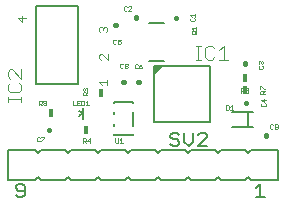
<source format=gto>
G75*
%MOIN*%
%OFA0B0*%
%FSLAX25Y25*%
%IPPOS*%
%LPD*%
%AMOC8*
5,1,8,0,0,1.08239X$1,22.5*
%
%ADD10C,0.00800*%
%ADD11C,0.00400*%
%ADD12C,0.00100*%
%ADD13R,0.01600X0.02800*%
%ADD14C,0.01600*%
%ADD15C,0.00600*%
%ADD16C,0.00500*%
D10*
X0028320Y0029156D02*
X0028320Y0030967D01*
X0027100Y0030046D01*
X0028320Y0030967D02*
X0028320Y0032778D01*
X0027100Y0031827D02*
X0028259Y0031067D01*
X0026704Y0040812D02*
X0012704Y0040812D01*
X0012704Y0066612D01*
X0026704Y0066612D01*
X0026704Y0040812D01*
X0050498Y0048495D02*
X0055223Y0048495D01*
X0054559Y0046619D02*
X0052000Y0046619D01*
X0052000Y0044060D01*
X0054559Y0046619D01*
X0054435Y0046494D02*
X0052000Y0046494D01*
X0051902Y0046815D02*
X0051902Y0027918D01*
X0070800Y0027918D01*
X0070800Y0046815D01*
X0051902Y0046815D01*
X0052000Y0045695D02*
X0053636Y0045695D01*
X0052838Y0044897D02*
X0052000Y0044897D01*
X0052000Y0044098D02*
X0052039Y0044098D01*
X0050498Y0061093D02*
X0055223Y0061093D01*
X0077970Y0031448D02*
X0083482Y0031448D01*
X0083482Y0026330D01*
X0077970Y0026330D01*
X0083482Y0026330D02*
X0085056Y0026330D01*
X0085056Y0031448D02*
X0083482Y0031448D01*
D11*
X0076768Y0048830D02*
X0073698Y0048830D01*
X0075233Y0048830D02*
X0075233Y0053434D01*
X0073698Y0051899D01*
X0072164Y0052666D02*
X0071396Y0053434D01*
X0069862Y0053434D01*
X0069094Y0052666D01*
X0069094Y0049597D01*
X0069862Y0048830D01*
X0071396Y0048830D01*
X0072164Y0049597D01*
X0067560Y0048830D02*
X0066025Y0048830D01*
X0066793Y0048830D02*
X0066793Y0053434D01*
X0067560Y0053434D02*
X0066025Y0053434D01*
X0036541Y0050699D02*
X0036541Y0048830D01*
X0034672Y0050699D01*
X0034205Y0050699D01*
X0033738Y0050232D01*
X0033738Y0049298D01*
X0034205Y0048830D01*
X0036504Y0042187D02*
X0036504Y0040319D01*
X0036504Y0041253D02*
X0033701Y0041253D01*
X0034635Y0040319D01*
X0034168Y0057930D02*
X0033701Y0058398D01*
X0033701Y0059332D01*
X0034168Y0059799D01*
X0034635Y0059799D01*
X0035102Y0059332D01*
X0035569Y0059799D01*
X0036036Y0059799D01*
X0036504Y0059332D01*
X0036504Y0058398D01*
X0036036Y0057930D01*
X0035102Y0058865D02*
X0035102Y0059332D01*
X0009504Y0062813D02*
X0006701Y0062813D01*
X0008102Y0061412D01*
X0008102Y0063280D01*
X0007800Y0045607D02*
X0007800Y0042538D01*
X0004731Y0045607D01*
X0003963Y0045607D01*
X0003196Y0044840D01*
X0003196Y0043305D01*
X0003963Y0042538D01*
X0003963Y0041003D02*
X0003196Y0040236D01*
X0003196Y0038701D01*
X0003963Y0037934D01*
X0007033Y0037934D01*
X0007800Y0038701D01*
X0007800Y0040236D01*
X0007033Y0041003D01*
X0007800Y0036399D02*
X0007800Y0034865D01*
X0007800Y0035632D02*
X0003196Y0035632D01*
X0003196Y0034865D02*
X0003196Y0036399D01*
D12*
X0013671Y0035153D02*
X0013671Y0033652D01*
X0013671Y0034153D02*
X0014421Y0034153D01*
X0014671Y0034403D01*
X0014671Y0034903D01*
X0014421Y0035153D01*
X0013671Y0035153D01*
X0014171Y0034153D02*
X0014671Y0033652D01*
X0015144Y0033902D02*
X0015394Y0033652D01*
X0015894Y0033652D01*
X0016145Y0033902D01*
X0016145Y0034903D01*
X0015894Y0035153D01*
X0015394Y0035153D01*
X0015144Y0034903D01*
X0015144Y0034653D01*
X0015394Y0034403D01*
X0016145Y0034403D01*
X0024891Y0035095D02*
X0024891Y0033594D01*
X0025892Y0033594D01*
X0026365Y0033594D02*
X0027365Y0033594D01*
X0027838Y0033594D02*
X0028589Y0033594D01*
X0028839Y0033844D01*
X0028839Y0034845D01*
X0028589Y0035095D01*
X0027838Y0035095D01*
X0027838Y0033594D01*
X0026865Y0034344D02*
X0026365Y0034344D01*
X0026365Y0033594D02*
X0026365Y0035095D01*
X0027365Y0035095D01*
X0029311Y0034595D02*
X0029812Y0035095D01*
X0029812Y0033594D01*
X0030312Y0033594D02*
X0029311Y0033594D01*
X0029279Y0036909D02*
X0029279Y0037660D01*
X0029029Y0037910D01*
X0028529Y0037910D01*
X0028278Y0037660D01*
X0028278Y0036909D01*
X0029780Y0036909D01*
X0029279Y0037409D02*
X0029780Y0037910D01*
X0029529Y0038382D02*
X0029780Y0038633D01*
X0029780Y0039133D01*
X0029529Y0039383D01*
X0029279Y0039383D01*
X0029029Y0039133D01*
X0029029Y0038883D01*
X0029029Y0039133D02*
X0028779Y0039383D01*
X0028529Y0039383D01*
X0028278Y0039133D01*
X0028278Y0038633D01*
X0028529Y0038382D01*
X0040760Y0046292D02*
X0040760Y0047293D01*
X0041010Y0047543D01*
X0041510Y0047543D01*
X0041761Y0047293D01*
X0042233Y0047293D02*
X0042483Y0047543D01*
X0042984Y0047543D01*
X0043234Y0047293D01*
X0043234Y0047042D01*
X0042984Y0046792D01*
X0042483Y0046792D01*
X0042233Y0047042D01*
X0042233Y0047293D01*
X0042483Y0046792D02*
X0042233Y0046542D01*
X0042233Y0046292D01*
X0042483Y0046041D01*
X0042984Y0046041D01*
X0043234Y0046292D01*
X0043234Y0046542D01*
X0042984Y0046792D01*
X0041761Y0046292D02*
X0041510Y0046041D01*
X0041010Y0046041D01*
X0040760Y0046292D01*
X0045625Y0046191D02*
X0045875Y0045941D01*
X0046375Y0045941D01*
X0046626Y0046191D01*
X0047098Y0046191D02*
X0047348Y0045941D01*
X0047849Y0045941D01*
X0048099Y0046191D01*
X0048099Y0046441D01*
X0047849Y0046692D01*
X0047098Y0046692D01*
X0047098Y0046191D01*
X0047098Y0046692D02*
X0047598Y0047192D01*
X0048099Y0047442D01*
X0046626Y0047192D02*
X0046375Y0047442D01*
X0045875Y0047442D01*
X0045625Y0047192D01*
X0045625Y0046191D01*
X0040614Y0053987D02*
X0040113Y0053987D01*
X0039863Y0054237D01*
X0039391Y0054237D02*
X0039141Y0053987D01*
X0038640Y0053987D01*
X0038390Y0054237D01*
X0038390Y0055238D01*
X0038640Y0055488D01*
X0039141Y0055488D01*
X0039391Y0055238D01*
X0039863Y0055488D02*
X0039863Y0054737D01*
X0040364Y0054988D01*
X0040614Y0054988D01*
X0040864Y0054737D01*
X0040864Y0054237D01*
X0040614Y0053987D01*
X0040864Y0055488D02*
X0039863Y0055488D01*
X0042228Y0065220D02*
X0041978Y0065471D01*
X0041978Y0066471D01*
X0042228Y0066722D01*
X0042729Y0066722D01*
X0042979Y0066471D01*
X0043451Y0066471D02*
X0043701Y0066722D01*
X0044202Y0066722D01*
X0044452Y0066471D01*
X0044452Y0066221D01*
X0043451Y0065220D01*
X0044452Y0065220D01*
X0042979Y0065471D02*
X0042729Y0065220D01*
X0042228Y0065220D01*
X0064074Y0063674D02*
X0065575Y0063674D01*
X0065575Y0064174D02*
X0065575Y0063173D01*
X0065325Y0062701D02*
X0065575Y0062451D01*
X0065575Y0061950D01*
X0065325Y0061700D01*
X0064324Y0061700D01*
X0064074Y0061950D01*
X0064074Y0062451D01*
X0064324Y0062701D01*
X0064574Y0063173D02*
X0064074Y0063674D01*
X0066078Y0059734D02*
X0066078Y0058733D01*
X0066078Y0058260D02*
X0065577Y0057760D01*
X0065827Y0058260D02*
X0064826Y0058260D01*
X0064576Y0058010D01*
X0064576Y0057510D01*
X0064826Y0057259D01*
X0065827Y0057259D01*
X0066078Y0057510D01*
X0066078Y0058010D01*
X0065827Y0058260D01*
X0065077Y0058733D02*
X0064576Y0059233D01*
X0066078Y0059233D01*
X0086879Y0048072D02*
X0087129Y0048323D01*
X0087379Y0048323D01*
X0087630Y0048072D01*
X0087880Y0048323D01*
X0088130Y0048323D01*
X0088380Y0048072D01*
X0088380Y0047572D01*
X0088130Y0047322D01*
X0088130Y0046849D02*
X0088380Y0046599D01*
X0088380Y0046099D01*
X0088130Y0045849D01*
X0087129Y0045849D01*
X0086879Y0046099D01*
X0086879Y0046599D01*
X0087129Y0046849D01*
X0087129Y0047322D02*
X0086879Y0047572D01*
X0086879Y0048072D01*
X0087630Y0048072D02*
X0087630Y0047822D01*
X0087740Y0039906D02*
X0088741Y0038905D01*
X0088991Y0038905D01*
X0088991Y0038433D02*
X0088490Y0037932D01*
X0088490Y0038183D02*
X0088490Y0037432D01*
X0088991Y0037432D02*
X0087489Y0037432D01*
X0087489Y0038183D01*
X0087740Y0038433D01*
X0088240Y0038433D01*
X0088490Y0038183D01*
X0087489Y0038905D02*
X0087489Y0039906D01*
X0087740Y0039906D01*
X0083496Y0039075D02*
X0083496Y0038825D01*
X0083246Y0038574D01*
X0082745Y0038574D01*
X0082495Y0038825D01*
X0082495Y0039075D01*
X0082745Y0039325D01*
X0083246Y0039325D01*
X0083496Y0039075D01*
X0083246Y0038574D02*
X0083496Y0038324D01*
X0083496Y0038074D01*
X0083246Y0037824D01*
X0082745Y0037824D01*
X0082495Y0038074D01*
X0082495Y0038324D01*
X0082745Y0038574D01*
X0082023Y0038574D02*
X0081773Y0038324D01*
X0081022Y0038324D01*
X0081022Y0037824D02*
X0081022Y0039325D01*
X0081773Y0039325D01*
X0082023Y0039075D01*
X0082023Y0038574D01*
X0081522Y0038324D02*
X0082023Y0037824D01*
X0077935Y0033569D02*
X0077935Y0032068D01*
X0078435Y0032068D02*
X0077434Y0032068D01*
X0076962Y0032318D02*
X0076962Y0033319D01*
X0076712Y0033569D01*
X0075961Y0033569D01*
X0075961Y0032068D01*
X0076712Y0032068D01*
X0076962Y0032318D01*
X0077434Y0033069D02*
X0077935Y0033569D01*
X0087822Y0033552D02*
X0088072Y0033301D01*
X0089073Y0033301D01*
X0089323Y0033552D01*
X0089323Y0034052D01*
X0089073Y0034302D01*
X0088572Y0034775D02*
X0088572Y0035775D01*
X0087822Y0035525D02*
X0088572Y0034775D01*
X0088072Y0034302D02*
X0087822Y0034052D01*
X0087822Y0033552D01*
X0087822Y0035525D02*
X0089323Y0035525D01*
X0090996Y0027284D02*
X0090746Y0027034D01*
X0090746Y0026033D01*
X0090996Y0025782D01*
X0091497Y0025782D01*
X0091747Y0026033D01*
X0092220Y0026033D02*
X0092470Y0025782D01*
X0092970Y0025782D01*
X0093220Y0026033D01*
X0093220Y0027034D01*
X0092970Y0027284D01*
X0092470Y0027284D01*
X0092220Y0027034D01*
X0092220Y0026783D01*
X0092470Y0026533D01*
X0093220Y0026533D01*
X0091747Y0027034D02*
X0091497Y0027284D01*
X0090996Y0027284D01*
X0041649Y0021085D02*
X0040648Y0021085D01*
X0041149Y0021085D02*
X0041149Y0022587D01*
X0040648Y0022086D01*
X0040176Y0022587D02*
X0040176Y0021336D01*
X0039926Y0021085D01*
X0039425Y0021085D01*
X0039175Y0021336D01*
X0039175Y0022587D01*
X0030792Y0021883D02*
X0029791Y0021883D01*
X0030542Y0022634D01*
X0030542Y0021133D01*
X0029319Y0021133D02*
X0028818Y0021633D01*
X0029069Y0021633D02*
X0028318Y0021633D01*
X0028318Y0021133D02*
X0028318Y0022634D01*
X0029069Y0022634D01*
X0029319Y0022384D01*
X0029319Y0021883D01*
X0029069Y0021633D01*
X0015516Y0022861D02*
X0014515Y0021860D01*
X0014515Y0021610D01*
X0014043Y0021860D02*
X0013793Y0021610D01*
X0013292Y0021610D01*
X0013042Y0021860D01*
X0013042Y0022861D01*
X0013292Y0023111D01*
X0013793Y0023111D01*
X0014043Y0022861D01*
X0014515Y0023111D02*
X0015516Y0023111D01*
X0015516Y0022861D01*
D13*
X0017651Y0031167D03*
X0029307Y0025382D03*
X0034351Y0037867D03*
X0082463Y0038664D03*
X0082419Y0042874D03*
D14*
X0082406Y0047332D02*
X0082406Y0047572D01*
X0082633Y0034489D02*
X0082633Y0034249D01*
X0089226Y0023569D02*
X0089226Y0023329D01*
X0046971Y0041367D02*
X0046731Y0041367D01*
X0041971Y0041267D02*
X0041731Y0041267D01*
X0017101Y0025487D02*
X0017101Y0025247D01*
X0039093Y0060327D02*
X0039333Y0060327D01*
X0045891Y0062744D02*
X0045891Y0062984D01*
X0059191Y0062889D02*
X0059191Y0062649D01*
D15*
X0062251Y0018667D02*
X0054251Y0018667D01*
X0053251Y0017667D01*
X0052251Y0018667D01*
X0044251Y0018667D01*
X0043251Y0017667D01*
X0042251Y0018667D01*
X0034251Y0018667D01*
X0033251Y0017667D01*
X0032251Y0018667D01*
X0024251Y0018667D01*
X0023251Y0017667D01*
X0022251Y0018667D01*
X0014251Y0018667D01*
X0013251Y0017667D01*
X0012251Y0018667D01*
X0003251Y0018667D01*
X0003251Y0008667D01*
X0012251Y0008667D01*
X0013251Y0009667D01*
X0014251Y0008667D01*
X0022251Y0008667D01*
X0023251Y0009667D01*
X0024251Y0008667D01*
X0032251Y0008667D01*
X0033251Y0009667D01*
X0034251Y0008667D01*
X0042251Y0008667D01*
X0043251Y0009667D01*
X0044251Y0008667D01*
X0052251Y0008667D01*
X0053251Y0009667D01*
X0054251Y0008667D01*
X0062251Y0008667D01*
X0063251Y0009667D01*
X0064251Y0008667D01*
X0072251Y0008667D01*
X0073251Y0009667D01*
X0074251Y0008667D01*
X0082251Y0008667D01*
X0083251Y0009667D01*
X0084251Y0008667D01*
X0093251Y0008667D01*
X0093251Y0018667D01*
X0084251Y0018667D01*
X0083251Y0017667D01*
X0082251Y0018667D01*
X0074251Y0018667D01*
X0073251Y0017667D01*
X0072251Y0018667D01*
X0064251Y0018667D01*
X0063251Y0017667D01*
X0062251Y0018667D01*
D16*
X0006648Y0002917D02*
X0005897Y0003667D01*
X0006648Y0002917D02*
X0008149Y0002917D01*
X0008899Y0003667D01*
X0008899Y0006670D01*
X0008149Y0007420D01*
X0006648Y0007420D01*
X0005897Y0006670D01*
X0005897Y0005919D01*
X0006648Y0005169D01*
X0008899Y0005169D01*
X0038701Y0023605D02*
X0038701Y0023999D01*
X0038701Y0023605D02*
X0045000Y0023605D01*
X0045000Y0023999D01*
X0045000Y0026754D02*
X0045000Y0031479D01*
X0045000Y0034235D02*
X0045000Y0034628D01*
X0038701Y0034628D01*
X0038701Y0034235D01*
X0038701Y0031479D02*
X0038701Y0030691D01*
X0038701Y0027542D02*
X0038701Y0026754D01*
X0057479Y0023798D02*
X0057479Y0023048D01*
X0058230Y0022297D01*
X0059731Y0022297D01*
X0060482Y0021547D01*
X0060482Y0020796D01*
X0059731Y0020045D01*
X0058230Y0020045D01*
X0057479Y0020796D01*
X0062083Y0021547D02*
X0063585Y0020045D01*
X0065086Y0021547D01*
X0065086Y0024549D01*
X0066687Y0023798D02*
X0067438Y0024549D01*
X0068939Y0024549D01*
X0069690Y0023798D01*
X0069690Y0023048D01*
X0066687Y0020045D01*
X0069690Y0020045D01*
X0062083Y0021547D02*
X0062083Y0024549D01*
X0060482Y0023798D02*
X0059731Y0024549D01*
X0058230Y0024549D01*
X0057479Y0023798D01*
X0085897Y0005919D02*
X0087398Y0007420D01*
X0087398Y0002917D01*
X0085897Y0002917D02*
X0088899Y0002917D01*
M02*

</source>
